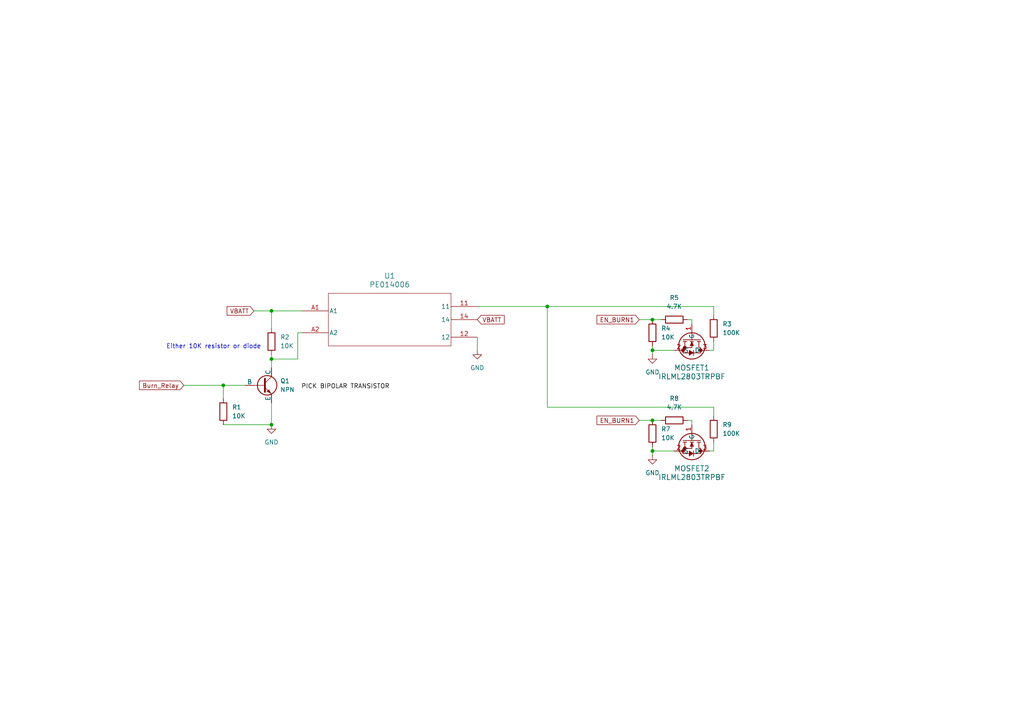
<source format=kicad_sch>
(kicad_sch (version 20231120) (generator "eeschema") (generator_version "8.0")
  (paper "A4")
  (title_block (title "Burn Circuit") (date "2024-09-10"))
  (lib_symbols
    (symbol "Device:R" (pin_numbers hide) (pin_names (offset 0))
      (property "Reference" "R" (at 2.032 0 90))
      (property "Value" "R" (at 0 0 90))
      (symbol "R_0_1"
        (rectangle (start -1.016 -2.54) (end 1.016 2.54) (stroke (width 0.254)))
      )
      (symbol "R_1_1"
        (pin passive line (at 0 3.81 270) (length 1.27) (name "~") (number "1"))
        (pin passive line (at 0 -3.81 90) (length 1.27) (name "~") (number "2"))
      )
    )
    (symbol "IRLML2803:IRLML2803TRPBF" (pin_names (offset 0.254))
      (property "Reference" "MOSFET" (at 11.43 1.905 0))
      (property "Value" "IRLML2803TRPBF" (at 11.43 -2.54 0))
      (symbol "IRLML2803TRPBF_0_1"
        (polyline (pts (xy 2.54 0) (xy 4.445 0)) (stroke (width 0.2032)))
        (polyline (pts (xy 4.572 -2.54) (xy 4.572 2.54)) (stroke (width 0.2032)))
        (polyline (pts (xy 5.08 -2.54) (xy 5.08 -1.524)) (stroke (width 0.2032)))
        (polyline (pts (xy 5.08 -2.032) (xy 6.858 -2.032)) (stroke (width 0.2032)))
        (polyline (pts (xy 5.08 -0.508) (xy 5.08 0.508)) (stroke (width 0.2032)))
        (polyline (pts (xy 5.08 1.524) (xy 5.08 2.54)) (stroke (width 0.2032)))
        (polyline (pts (xy 5.08 2.032) (xy 6.858 2.032)) (stroke (width 0.2032)))
        (polyline (pts (xy 6.35 0) (xy 6.858 0)) (stroke (width 0.2032)))
        (polyline (pts (xy 6.858 -2.54) (xy 6.858 0)) (stroke (width 0.2032)))
        (polyline (pts (xy 6.858 -2.54) (xy 8.382 -2.54)) (stroke (width 0.2032)))
        (polyline (pts (xy 6.858 2.032) (xy 6.858 2.54)) (stroke (width 0.2032)))
        (polyline (pts (xy 6.858 2.54) (xy 8.382 2.54)) (stroke (width 0.2032)))
        (polyline (pts (xy 8.382 -2.54) (xy 8.382 -0.762)) (stroke (width 0.2032)))
        (polyline (pts (xy 8.382 0.508) (xy 8.382 2.54)) (stroke (width 0.2032)))
        (polyline (pts (xy 9.144 0.508) (xy 7.62 0.508)) (stroke (width 0.2032)))
        (polyline (pts (xy 6.35 0.508) (xy 5.08 0) (xy 6.35 -0.508)) (fill (type outline)))
        (polyline (pts (xy 9.144 -0.762) (xy 7.62 -0.762) (xy 8.382 0.508)) (fill (type outline)))
        (circle (center 6.35 0) (radius 3.81) (stroke (width 0.254)))
        (circle (center 6.858 -2.032) (radius 0.0254) (stroke (width 0.508)))
        (circle (center 7.62 -2.54) (radius 0.0254) (stroke (width 0.508)))
        (circle (center 7.62 2.54) (radius 0.0254) (stroke (width 0.508)))
        (pin unspecified line (at 0 0 0) (length 2.54) (name "G") (number "1"))
        (pin unspecified line (at 7.62 -5.08 90) (length 2.54) (name "S") (number "2"))
        (pin unspecified line (at 7.62 5.08 270) (length 2.54) (name "D") (number "3"))
      )
    )
    (symbol "PE014006:PE014006" (pin_names (offset 0.254))
      (property "Reference" "U" (at 25.4 10.16 0))
      (property "Value" "PE014006" (at 25.4 7.62 0))
      (symbol "PE014006_0_1"
        (polyline (pts (xy 7.62 -10.16) (xy 43.18 -10.16)) (stroke (width 0.127)))
        (polyline (pts (xy 7.62 5.08) (xy 7.62 -10.16)) (stroke (width 0.127)))
        (polyline (pts (xy 43.18 -10.16) (xy 43.18 5.08)) (stroke (width 0.127)))
        (polyline (pts (xy 43.18 5.08) (xy 7.62 5.08)) (stroke (width 0.127)))
        (pin unspecified line (at 50.8 1.27 180) (length 7.62) (name "11") (number "11"))
        (pin unspecified line (at 0 0 0) (length 7.62) (name "A1") (number "A1"))
        (pin unspecified line (at 0 -6.35 0) (length 7.62) (name "A2") (number "A2"))
      )
      (symbol "PE014006_1_1"
        (pin unspecified line (at 50.8 -7.62 180) (length 7.62) (name "12") (number "12"))
        (pin unspecified line (at 50.8 -2.54 180) (length 7.62) (name "14") (number "14"))
      )
    )
    (symbol "Simulation_SPICE:NPN" (pin_numbers hide) (pin_names (offset 0))
      (property "Reference" "Q" (at -2.54 7.62 0))
      (property "Value" "NPN" (at -2.54 5.08 0))
      (symbol "NPN_0_1"
        (polyline (pts (xy -2.54 0) (xy 0.635 0)) (stroke (width 0.1524)))
        (polyline (pts (xy 0.635 0.635) (xy 2.54 2.54)))
        (polyline (pts (xy 2.794 -1.27) (xy 2.794 -1.27)) (stroke (width 0.1524)))
        (polyline (pts (xy 2.794 -1.27) (xy 2.794 -1.27)) (stroke (width 0.1524)))
        (polyline (pts (xy 0.635 -0.635) (xy 2.54 -2.54) (xy 2.54 -2.54)))
        (polyline (pts (xy 0.635 1.905) (xy 0.635 -1.905) (xy 0.635 -1.905)) (stroke (width 0.508)))
        (polyline (pts (xy 1.27 -1.778) (xy 1.778 -1.27) (xy 2.286 -2.286) (xy 1.27 -1.778) (xy 1.27 -1.778)) (fill (type outline)))
        (circle (center 1.27 0) (radius 2.8194) (stroke (width 0.254)))
      )
      (symbol "NPN_1_1"
        (pin open_collector line (at 2.54 5.08 270) (length 2.54) (name "C") (number "1"))
        (pin input line (at -5.08 0 0) (length 2.54) (name "B") (number "2"))
        (pin open_emitter line (at 2.54 -5.08 90) (length 2.54) (name "E") (number "3"))
      )
    )
    (symbol "power:GND" (power) (pin_numbers hide) (pin_names (offset 0) hide)
      (property "Value" "GND" (at 0 -3.81 0))
      (symbol "GND_0_1"
        (polyline (pts (xy 0 0) (xy 0 -1.27) (xy 1.27 -1.27) (xy 0 -2.54) (xy -1.27 -1.27) (xy 0 -1.27)))
      )
      (symbol "GND_1_1"
        (pin power_in line (at 0 0 270) (length 0) (name "~") (number "1"))
      )
    )
  )
  (junction (at 158.75 88.9))
  (junction (at 189.23 121.92))
  (junction (at 64.77 111.76))
  (junction (at 189.23 101.6))
  (junction (at 189.23 130.81))
  (junction (at 78.74 104.14))
  (junction (at 78.74 90.17))
  (junction (at 78.74 123.19))
  (junction (at 189.23 92.71))
  (wire (pts (xy 207.01 99.06) (xy 207.01 101.6)))
  (wire (pts (xy 207.01 128.27) (xy 207.01 130.81)))
  (wire (pts (xy 78.74 106.68) (xy 78.74 104.14)))
  (wire (pts (xy 73.66 90.17) (xy 78.74 90.17)))
  (wire (pts (xy 64.77 123.19) (xy 78.74 123.19)))
  (wire (pts (xy 189.23 101.6) (xy 189.23 102.87)))
  (wire (pts (xy 158.75 88.9) (xy 207.01 88.9)))
  (wire (pts (xy 185.42 92.71) (xy 189.23 92.71)))
  (wire (pts (xy 189.23 121.92) (xy 191.77 121.92)))
  (wire (pts (xy 207.01 130.81) (xy 205.74 130.81)))
  (wire (pts (xy 158.75 88.9) (xy 158.75 118.11)))
  (wire (pts (xy 199.39 92.71) (xy 200.66 92.71)))
  (wire (pts (xy 158.75 118.11) (xy 207.01 118.11)))
  (wire (pts (xy 195.58 101.6) (xy 189.23 101.6)))
  (wire (pts (xy 207.01 88.9) (xy 207.01 91.44)))
  (wire (pts (xy 86.36 96.52) (xy 87.63 96.52)))
  (wire (pts (xy 189.23 130.81) (xy 189.23 132.08)))
  (wire (pts (xy 189.23 129.54) (xy 189.23 130.81)))
  (wire (pts (xy 78.74 95.25) (xy 78.74 90.17)))
  (wire (pts (xy 53.34 111.76) (xy 64.77 111.76)))
  (wire (pts (xy 189.23 92.71) (xy 191.77 92.71)))
  (wire (pts (xy 78.74 116.84) (xy 78.74 123.19)))
  (wire (pts (xy 200.66 92.71) (xy 200.66 93.98)))
  (wire (pts (xy 86.36 104.14) (xy 86.36 96.52)))
  (wire (pts (xy 78.74 104.14) (xy 86.36 104.14)))
  (wire (pts (xy 199.39 121.92) (xy 200.66 121.92)))
  (wire (pts (xy 185.42 121.92) (xy 189.23 121.92)))
  (wire (pts (xy 78.74 90.17) (xy 87.63 90.17)))
  (wire (pts (xy 195.58 130.81) (xy 189.23 130.81)))
  (wire (pts (xy 207.01 118.11) (xy 207.01 120.65)))
  (wire (pts (xy 200.66 121.92) (xy 200.66 123.19)))
  (wire (pts (xy 138.43 88.9) (xy 158.75 88.9)))
  (wire (pts (xy 64.77 115.57) (xy 64.77 111.76)))
  (wire (pts (xy 207.01 101.6) (xy 205.74 101.6)))
  (wire (pts (xy 64.77 111.76) (xy 71.12 111.76)))
  (wire (pts (xy 138.43 97.79) (xy 138.43 101.6)))
  (wire (pts (xy 78.74 104.14) (xy 78.74 102.87)))
  (wire (pts (xy 189.23 100.33) (xy 189.23 101.6)))
  (text "Either 10K resistor or diode\n" (at 61.976 100.584 0) (effects (font (size 1.27 1.27))))
  (label "PICK BIPOLAR TRANSISTOR" (at 113.03 113.03 180))
  (global_label "EN_BURN1" (shape input) (at 185.42 92.71 180) (property "Intersheetrefs" "${INTERSHEET_REFS}" (effects (hide yes))))
  (global_label "VBATT" (shape input) (at 138.43 92.71 0) (property "Intersheetrefs" "${INTERSHEET_REFS}" (effects (hide yes))))
  (global_label "VBATT" (shape input) (at 73.66 90.17 180) (property "Intersheetrefs" "${INTERSHEET_REFS}" (effects (hide yes))))
  (global_label "EN_BURN1" (shape input) (at 185.42 121.92 180) (property "Intersheetrefs" "${INTERSHEET_REFS}" (effects (hide yes))))
  (global_label "Burn_Relay" (shape input) (at 53.34 111.76 180) (property "Intersheetrefs" "${INTERSHEET_REFS}" (effects (hide yes))))
  (symbol (lib_id "IRLML2803:IRLML2803TRPBF") (at 200.66 123.19 270) (unit 1)
    (property "Reference" "MOSFET2" (at 200.66 135.89 90) (effects (font (size 1.524 1.524))))
    (property "Value" "IRLML2803TRPBF" (at 200.66 138.43 90) (effects (font (size 1.524 1.524))))
    (property "Footprint" "MICRO3_SOT-23_INF" (effects (hide yes)))
    (property "Datasheet" "IRLML2803TRPBF" (effects (hide yes)))
  )
  (symbol (lib_id "power:GND") (at 189.23 102.87 0) (unit 1)
    (property "Reference" "#PWR03" (effects (hide yes)))
    (property "Value" "GND" (at 189.23 107.95 0))
    (property "Description" "Power symbol creates a global label with name \"GND\" , ground" (effects (hide yes)))
  )
  (symbol (lib_id "Device:R") (at 64.77 119.38 0) (unit 1)
    (property "Reference" "R1" (at 67.31 118.1099 0) (effects (justify left)))
    (property "Value" "10K" (at 67.31 120.6499 0) (effects (justify left)))
    (property "Description" "Resistor" (effects (hide yes)))
  )
  (symbol (lib_id "power:GND") (at 78.74 123.19 0) (unit 1)
    (property "Reference" "#PWR01" (effects (hide yes)))
    (property "Value" "GND" (at 78.74 128.27 0))
    (property "Description" "Power symbol creates a global label with name \"GND\" , ground" (effects (hide yes)))
  )
  (symbol (lib_id "Device:R") (at 195.58 92.71 90) (unit 1)
    (property "Reference" "R5" (at 195.58 86.36 90))
    (property "Value" "4.7K" (at 195.58 88.9 90))
    (property "Description" "Resistor" (effects (hide yes)))
  )
  (symbol (lib_id "Device:R") (at 207.01 95.25 0) (unit 1)
    (property "Reference" "R3" (at 209.55 93.9799 0) (effects (justify left)))
    (property "Value" "100K" (at 209.55 96.5199 0) (effects (justify left)))
    (property "Description" "Resistor" (effects (hide yes)))
  )
  (symbol (lib_id "Device:R") (at 189.23 125.73 0) (unit 1)
    (property "Reference" "R7" (at 191.77 124.4599 0) (effects (justify left)))
    (property "Value" "10K" (at 191.77 126.9999 0) (effects (justify left)))
    (property "Description" "Resistor" (effects (hide yes)))
  )
  (symbol (lib_id "Device:R") (at 78.74 99.06 0) (unit 1)
    (property "Reference" "R2" (at 81.28 97.7899 0) (effects (justify left)))
    (property "Value" "10K" (at 81.28 100.3299 0) (effects (justify left)))
    (property "Description" "Resistor" (effects (hide yes)))
  )
  (symbol (lib_id "Device:R") (at 207.01 124.46 0) (unit 1)
    (property "Reference" "R9" (at 209.55 123.1899 0) (effects (justify left)))
    (property "Value" "100K" (at 209.55 125.7299 0) (effects (justify left)))
    (property "Description" "Resistor" (effects (hide yes)))
  )
  (symbol (lib_id "power:GND") (at 138.43 101.6 0) (unit 1)
    (property "Reference" "#PWR02" (effects (hide yes)))
    (property "Value" "GND" (at 138.43 106.68 0))
    (property "Description" "Power symbol creates a global label with name \"GND\" , ground" (effects (hide yes)))
  )
  (symbol (lib_id "Device:R") (at 189.23 96.52 0) (unit 1)
    (property "Reference" "R4" (at 191.77 95.2499 0) (effects (justify left)))
    (property "Value" "10K" (at 191.77 97.7899 0) (effects (justify left)))
    (property "Description" "Resistor" (effects (hide yes)))
  )
  (symbol (lib_id "power:GND") (at 189.23 132.08 0) (unit 1)
    (property "Reference" "#PWR04" (effects (hide yes)))
    (property "Value" "GND" (at 189.23 137.16 0))
    (property "Description" "Power symbol creates a global label with name \"GND\" , ground" (effects (hide yes)))
  )
  (symbol (lib_id "IRLML2803:IRLML2803TRPBF") (at 200.66 93.98 270) (unit 1)
    (property "Reference" "MOSFET1" (at 200.66 106.68 90) (effects (font (size 1.524 1.524))))
    (property "Value" "IRLML2803TRPBF" (at 200.66 109.22 90) (effects (font (size 1.524 1.524))))
    (property "Footprint" "MICRO3_SOT-23_INF" (effects (hide yes)))
    (property "Datasheet" "IRLML2803TRPBF" (effects (hide yes)))
  )
  (symbol (lib_id "PE014006:PE014006") (at 87.63 90.17 0) (unit 1)
    (property "Reference" "U1" (at 113.03 80.01 0) (effects (font (size 1.524 1.524))))
    (property "Value" "PE014006" (at 113.03 82.55 0) (effects (font (size 1.524 1.524))))
    (property "Footprint" "RELAY5-PE_CO" (effects (hide yes)))
    (property "Datasheet" "PE014006" (effects (hide yes)))
  )
  (symbol (lib_id "Device:R") (at 195.58 121.92 90) (unit 1)
    (property "Reference" "R8" (at 195.58 115.57 90))
    (property "Value" "4.7K" (at 195.58 118.11 90))
    (property "Description" "Resistor" (effects (hide yes)))
  )
  (symbol (lib_id "Simulation_SPICE:NPN") (at 76.2 111.76 0) (unit 1)
    (property "Reference" "Q1" (at 81.28 110.4899 0) (effects (justify left)))
    (property "Value" "NPN" (at 81.28 113.0299 0) (effects (justify left)))
    (property "Datasheet" "https://ngspice.sourceforge.io/docs/ngspice-html-manual/manual.xhtml#cha_BJTs" (effects (hide yes)))
    (property "Description" "Bipolar transistor symbol for simulation only, substrate tied to the emitter" (effects (hide yes)))
    (property "Sim.Device" "NPN" (effects (hide yes)))
    (property "Sim.Type" "GUMMELPOON" (effects (hide yes)))
    (property "Sim.Pins" "1=C 2=B 3=E" (effects (hide yes)))
  )
)
</source>
